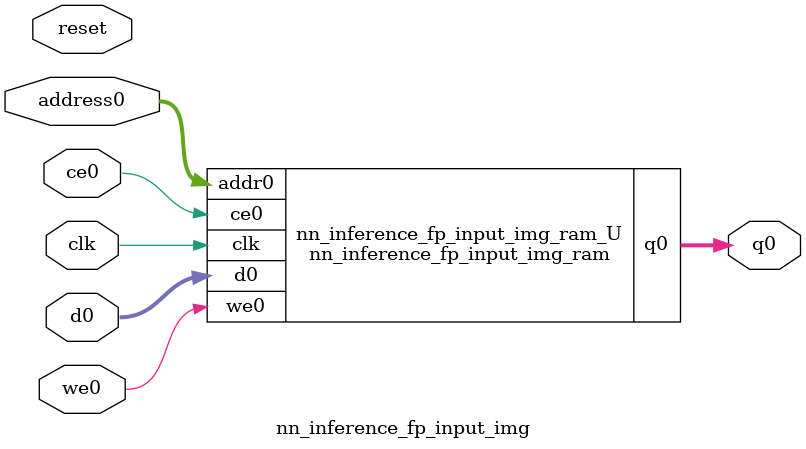
<source format=v>
`timescale 1 ns / 1 ps
module nn_inference_fp_input_img_ram (addr0, ce0, d0, we0, q0,  clk);

parameter DWIDTH = 32;
parameter AWIDTH = 9;
parameter MEM_SIZE = 288;

input[AWIDTH-1:0] addr0;
input ce0;
input[DWIDTH-1:0] d0;
input we0;
output reg[DWIDTH-1:0] q0;
input clk;

reg [DWIDTH-1:0] ram0[0:MEM_SIZE-1];



always @(posedge clk)  
begin 
    if (ce0) begin
        if (we0) 
            ram0[addr0] <= d0; 
        q0 <= ram0[addr0];
    end
end


endmodule

`timescale 1 ns / 1 ps
module nn_inference_fp_input_img(
    reset,
    clk,
    address0,
    ce0,
    we0,
    d0,
    q0);

parameter DataWidth = 32'd32;
parameter AddressRange = 32'd288;
parameter AddressWidth = 32'd9;
input reset;
input clk;
input[AddressWidth - 1:0] address0;
input ce0;
input we0;
input[DataWidth - 1:0] d0;
output[DataWidth - 1:0] q0;



nn_inference_fp_input_img_ram nn_inference_fp_input_img_ram_U(
    .clk( clk ),
    .addr0( address0 ),
    .ce0( ce0 ),
    .we0( we0 ),
    .d0( d0 ),
    .q0( q0 ));

endmodule


</source>
